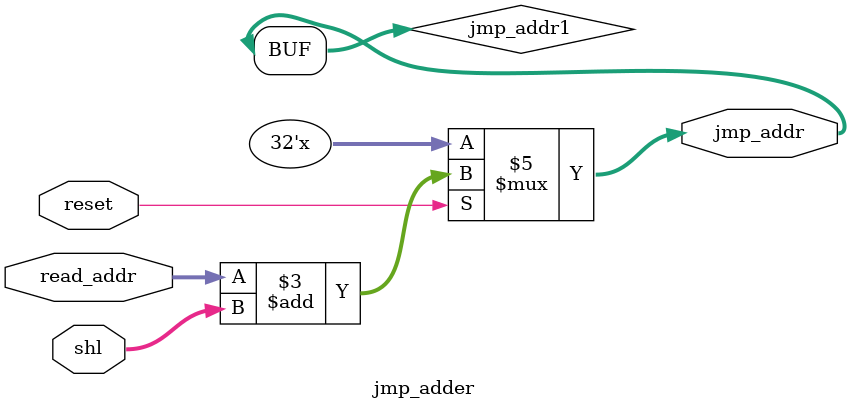
<source format=v>
`timescale 1ns / 1ps


`timescale 1ns/10ps

module jmp_adder (
    reset,
    read_addr,
    shl,
    jmp_addr
);


input reset;
input [31:0] read_addr;
input [31:0] shl;
output [31:0] jmp_addr;
reg [31:0] jmp_addr1;




always @(read_addr, shl, reset) begin: JMP_ADDER_JADDER
    if ((reset == 1)) begin
        jmp_addr1 <= (read_addr + shl);
    end
    //
    else
        jmp_addr1<=32'bX;
    //
end
assign jmp_addr=jmp_addr1;
endmodule


</source>
